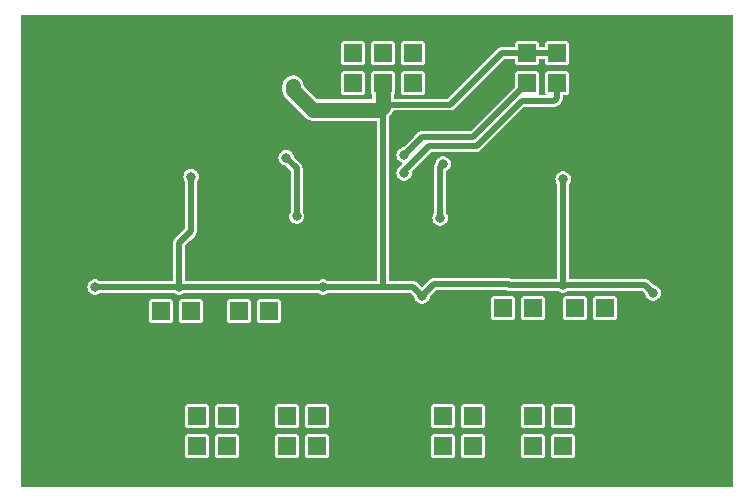
<source format=gbr>
%TF.GenerationSoftware,KiCad,Pcbnew,7.0.5.1-1-g8f565ef7f0-dirty-deb11*%
%TF.CreationDate,2023-07-21T03:26:07+00:00*%
%TF.ProjectId,VCAI2C01,56434149-3243-4303-912e-6b696361645f,rev?*%
%TF.SameCoordinates,Original*%
%TF.FileFunction,Copper,L1,Top*%
%TF.FilePolarity,Positive*%
%FSLAX46Y46*%
G04 Gerber Fmt 4.6, Leading zero omitted, Abs format (unit mm)*
G04 Created by KiCad (PCBNEW 7.0.5.1-1-g8f565ef7f0-dirty-deb11) date 2023-07-21 03:26:07*
%MOMM*%
%LPD*%
G01*
G04 APERTURE LIST*
%TA.AperFunction,ComponentPad*%
%ADD10R,1.524000X1.524000*%
%TD*%
%TA.AperFunction,ComponentPad*%
%ADD11C,6.000000*%
%TD*%
%TA.AperFunction,ViaPad*%
%ADD12C,0.800000*%
%TD*%
%TA.AperFunction,Conductor*%
%ADD13C,0.300000*%
%TD*%
%TA.AperFunction,Conductor*%
%ADD14C,0.500000*%
%TD*%
%TA.AperFunction,Conductor*%
%ADD15C,1.300000*%
%TD*%
G04 APERTURE END LIST*
D10*
%TO.P,J2,1*%
%TO.N,/IN1-*%
X7112000Y10160000D03*
%TO.P,J2,2*%
%TO.N,Net-(J2-Pad2)*%
X9652000Y10160000D03*
%TD*%
%TO.P,J4,1*%
%TO.N,/IN2-*%
X16256000Y10160000D03*
%TO.P,J4,2*%
%TO.N,Net-(J4-Pad2)*%
X13716000Y10160000D03*
%TD*%
%TO.P,J6,1*%
%TO.N,/IN3-*%
X36068000Y10414000D03*
%TO.P,J6,2*%
%TO.N,Net-(J6-Pad2)*%
X38608000Y10414000D03*
%TD*%
%TO.P,J8,1*%
%TO.N,/IN4-*%
X44704000Y10414000D03*
%TO.P,J8,2*%
%TO.N,Net-(J8-Pad2)*%
X42164000Y10414000D03*
%TD*%
%TO.P,J10,1*%
%TO.N,/A0*%
X38100000Y29464000D03*
%TO.P,J10,2*%
%TO.N,VCC*%
X38100000Y32004000D03*
%TD*%
%TO.P,J11,1*%
%TO.N,/A1*%
X40640000Y29464000D03*
%TO.P,J11,2*%
%TO.N,VCC*%
X40640000Y32004000D03*
%TD*%
%TO.P,J13,1*%
%TO.N,GND*%
X20828000Y29464000D03*
%TO.P,J13,2*%
X20828000Y32004000D03*
%TO.P,J13,3*%
%TO.N,/SDA*%
X23368000Y29464000D03*
%TO.P,J13,4*%
X23368000Y32004000D03*
%TO.P,J13,5*%
%TO.N,VCC*%
X25908000Y29464000D03*
%TO.P,J13,6*%
X25908000Y32004000D03*
%TO.P,J13,7*%
%TO.N,/SCL*%
X28448000Y29464000D03*
%TO.P,J13,8*%
X28448000Y32004000D03*
%TO.P,J13,9*%
%TO.N,GND*%
X30988000Y29464000D03*
%TO.P,J13,10*%
X30988000Y32004000D03*
%TD*%
D11*
%TO.P,M1,1*%
%TO.N,GND*%
X50800000Y30480000D03*
%TD*%
%TO.P,M2,1*%
%TO.N,GND*%
X0Y0D03*
%TD*%
%TO.P,M3,1*%
%TO.N,GND*%
X50800000Y0D03*
%TD*%
%TO.P,M4,1*%
%TO.N,GND*%
X0Y30480000D03*
%TD*%
D10*
%TO.P,J14,1*%
%TO.N,GND*%
X22860000Y1270000D03*
%TO.P,J14,2*%
X22860000Y-1270000D03*
%TD*%
%TO.P,J15,1*%
%TO.N,/IN2-*%
X17780000Y1270000D03*
%TO.P,J15,2*%
X17780000Y-1270000D03*
%TD*%
%TO.P,J16,1*%
%TO.N,/IN2+*%
X20320000Y1270000D03*
%TO.P,J16,2*%
X20320000Y-1270000D03*
%TD*%
%TO.P,J17,1*%
%TO.N,GND*%
X15240000Y1270000D03*
%TO.P,J17,2*%
X15240000Y-1270000D03*
%TD*%
%TO.P,J18,1*%
%TO.N,/IN3-*%
X33528000Y1270000D03*
%TO.P,J18,2*%
X33528000Y-1270000D03*
%TD*%
%TO.P,J19,1*%
%TO.N,/IN3+*%
X30988000Y1270000D03*
%TO.P,J19,2*%
X30988000Y-1270000D03*
%TD*%
%TO.P,J20,1*%
%TO.N,GND*%
X43688000Y1270000D03*
%TO.P,J20,2*%
X43688000Y-1270000D03*
%TD*%
%TO.P,J21,1*%
%TO.N,/IN4-*%
X38608000Y1270000D03*
%TO.P,J21,2*%
X38608000Y-1270000D03*
%TD*%
%TO.P,J22,1*%
%TO.N,/IN4+*%
X41148000Y1270000D03*
%TO.P,J22,2*%
X41148000Y-1270000D03*
%TD*%
%TO.P,J23,1*%
%TO.N,GND*%
X28448000Y1270000D03*
%TO.P,J23,2*%
X28448000Y-1270000D03*
%TD*%
%TO.P,J3,1*%
%TO.N,GND*%
X36068000Y-1270000D03*
%TO.P,J3,2*%
X36068000Y1270000D03*
%TD*%
%TO.P,J5,1*%
%TO.N,GND*%
X7620000Y1270000D03*
%TO.P,J5,2*%
X7620000Y-1270000D03*
%TD*%
%TO.P,J7,1*%
%TO.N,/IN1-*%
X12700000Y1270000D03*
%TO.P,J7,2*%
X12700000Y-1270000D03*
%TD*%
%TO.P,J9,1*%
%TO.N,/IN1+*%
X10160000Y1270000D03*
%TO.P,J9,2*%
X10160000Y-1270000D03*
%TD*%
D12*
%TO.N,GND*%
X3454400Y26009600D03*
X48006000Y5080000D03*
X14732000Y31242000D03*
X27940000Y9144000D03*
X12446000Y6858000D03*
X-1016000Y18796000D03*
X40386000Y9144000D03*
X46990000Y11176000D03*
X21336000Y18034000D03*
X5588000Y-1778000D03*
X10668000Y28956000D03*
X12446000Y8890000D03*
X8128000Y28194000D03*
X17272000Y18034000D03*
X26924000Y1270000D03*
X39319200Y18948400D03*
X42164000Y14224000D03*
X10922000Y14224000D03*
X8128000Y17272000D03*
X0Y22098000D03*
X13970000Y4064000D03*
X16002000Y26670000D03*
X17780000Y17018000D03*
X33049147Y22068853D03*
X48006000Y7874000D03*
X7112014Y25908000D03*
X25908000Y6350000D03*
X44196000Y28448000D03*
X25908000Y8636000D03*
X45720000Y1270000D03*
X45720000Y3810000D03*
X5588000Y1270000D03*
X39878000Y7620000D03*
X42164000Y26924000D03*
X46736000Y24892000D03*
X48006000Y6604000D03*
X26924000Y0D03*
X34036000Y22098000D03*
X24892000Y-1270000D03*
X23622000Y14732000D03*
X23876000Y15748000D03*
X48006000Y23876000D03*
X33528000Y16256000D03*
X50546000Y19812000D03*
X49530000Y23368000D03*
X21336000Y20828000D03*
X19812000Y10922000D03*
X22352000Y9144000D03*
X30226000Y9398000D03*
X39116000Y17272000D03*
X44704000Y26924000D03*
X9398000Y28956000D03*
X15748000Y17526000D03*
X6604000Y14224000D03*
X3556000Y4572000D03*
X47244000Y10160000D03*
X5588000Y-254000D03*
X24892000Y1270000D03*
X-1778000Y17018000D03*
X23876000Y13716000D03*
X26924000Y20066000D03*
X32766000Y30480000D03*
X40640000Y22606000D03*
X16510000Y17018000D03*
X34036000Y23055706D03*
X14478000Y28194000D03*
X50546000Y22606000D03*
X43180000Y14224000D03*
X-1015998Y17780000D03*
X17272000Y19812000D03*
X26924000Y-1270000D03*
X16510000Y31242000D03*
X30988000Y16764000D03*
X25908000Y3556000D03*
X39116000Y20828000D03*
X30988000Y34036000D03*
X7112000Y24638000D03*
X14224000Y2794000D03*
X25908000Y2032000D03*
X37084000Y3302000D03*
X45212000Y32512000D03*
X6350000Y27432000D03*
X14478000Y29718000D03*
X24892000Y0D03*
X24384000Y9144000D03*
X2540000Y10414000D03*
X47498000Y8890000D03*
X4064000Y27178000D03*
X11938000Y28956000D03*
X50292000Y14478000D03*
X47244000Y17526000D03*
X44450000Y33528000D03*
X32766000Y34036000D03*
X-1778000Y15748000D03*
X45720000Y-1270000D03*
X39878000Y5588000D03*
X-1016000Y20066000D03*
X25908000Y5080000D03*
X50546000Y18288000D03*
X45720000Y0D03*
X39116000Y14478004D03*
X31750000Y19050000D03*
X3302000Y6604000D03*
X5080000Y27432000D03*
X32766000Y32258000D03*
X36576000Y33782000D03*
X33020000Y11430000D03*
X21336000Y21844000D03*
X49276000Y13970000D03*
X37338000Y4318000D03*
X9906000Y14224000D03*
X32004000Y10160000D03*
X7366000Y27432000D03*
X8432800Y19263598D03*
X46990000Y3810000D03*
X42672000Y28194000D03*
X1524002Y22098000D03*
X21844000Y25400000D03*
X43180000Y33528000D03*
X15240000Y27432000D03*
X48006000Y16256000D03*
X18796000Y32512000D03*
X7620000Y14224000D03*
X19304000Y34036000D03*
X36097147Y25116853D03*
X41910000Y8890000D03*
X14986000Y34290000D03*
X51054000Y13716000D03*
X18796000Y30988000D03*
X5334000Y3302000D03*
X14732000Y32766000D03*
X45720000Y25908000D03*
X43434000Y26924000D03*
X11684000Y10414000D03*
X23876000Y17780000D03*
X17018000Y21082000D03*
X-1778000Y14224000D03*
X48260000Y14224000D03*
X45720000Y2540000D03*
X50546000Y21336000D03*
X-1016000Y21336000D03*
X39878000Y14224000D03*
X32512000Y16256000D03*
X25908000Y7620000D03*
X21082000Y9144000D03*
X13462000Y28956000D03*
X20828000Y34036000D03*
%TO.N,VCC*%
X48768000Y11684000D03*
X41148000Y21336002D03*
X18288000Y29210000D03*
X41148000Y12349480D03*
X9652000Y21539200D03*
X29209996Y11430000D03*
X1523990Y12192000D03*
X20828000Y12192000D03*
X8636000Y12192000D03*
%TO.N,/OUT1*%
X18592799Y18186400D03*
X17704348Y23139948D03*
%TO.N,/OUT4*%
X30734000Y18034000D03*
X30987996Y22606000D03*
%TO.N,/A0*%
X27686000Y23368000D03*
%TO.N,/A1*%
X27686000Y21844000D03*
%TD*%
D13*
%TO.N,GND*%
X45720000Y0D02*
X45720000Y1270000D01*
X0Y22098000D02*
X1524002Y22098000D01*
X-1016000Y21336000D02*
X-1016000Y20066000D01*
X16147999Y17925999D02*
X15748000Y17526000D01*
X36068000Y1270000D02*
X36068000Y2286000D01*
D14*
X40386000Y9144000D02*
X41656000Y9144000D01*
D13*
X46990000Y10414000D02*
X47244000Y10160000D01*
X48006000Y8382000D02*
X48006000Y7874000D01*
X19304000Y34036000D02*
X20828000Y34036000D01*
D14*
X41656000Y9144000D02*
X41910000Y8890000D01*
D13*
X12446000Y8890000D02*
X12446000Y6858000D01*
D14*
X14732000Y31242000D02*
X14732000Y32766000D01*
D13*
X16256000Y18034000D02*
X16147999Y17925999D01*
X25908000Y5080000D02*
X25908000Y6350000D01*
D14*
X33049147Y22068853D02*
X34006853Y22068853D01*
X34036000Y22098000D02*
X34036000Y23055706D01*
D13*
X43434000Y26924000D02*
X42164000Y26924000D01*
X13716000Y28956000D02*
X14478000Y28194000D01*
X18796000Y30988000D02*
X18796000Y32512000D01*
X43180000Y33528000D02*
X44450000Y33528000D01*
X3302000Y6604000D02*
X2540000Y7366000D01*
X49530000Y23368000D02*
X49784000Y23368000D01*
X12446000Y9652000D02*
X11684000Y10414000D01*
X22352000Y9144000D02*
X21082000Y9144000D01*
X39116000Y21082000D02*
X40640000Y22606000D01*
X17272000Y18034000D02*
X16256000Y18034000D01*
X2540000Y7366000D02*
X2540000Y10414000D01*
X48006000Y18288000D02*
X47244000Y17526000D01*
X49784000Y23368000D02*
X50546000Y22606000D01*
X8636000Y28194000D02*
X9398000Y28956000D01*
X13462000Y28956000D02*
X13716000Y28956000D01*
X48006000Y23876000D02*
X47752000Y23876000D01*
X5588000Y1270000D02*
X5588000Y-254000D01*
D14*
X39878000Y5588000D02*
X39878000Y7620000D01*
D13*
X4826000Y27178000D02*
X5080000Y27432000D01*
X7112000Y24638000D02*
X7112000Y25907986D01*
X25908000Y8636000D02*
X27432000Y8636000D01*
X37338000Y4318000D02*
X37737999Y3918001D01*
X25908000Y7620000D02*
X25908000Y8636000D01*
X32766000Y32258000D02*
X32766000Y30480000D01*
X3556000Y4572000D02*
X4826000Y3302000D01*
X9906000Y14224000D02*
X10922000Y14224000D01*
X21336000Y18034000D02*
X23622000Y18034000D01*
X27432000Y8636000D02*
X27940000Y9144000D01*
X30988000Y34036000D02*
X32766000Y34036000D01*
D14*
X34006853Y22068853D02*
X34036000Y22098000D01*
D13*
X46990000Y3810000D02*
X45720000Y3810000D01*
X50546000Y21336000D02*
X50546000Y19812000D01*
X48260000Y14224000D02*
X49022000Y14224000D01*
X14224000Y2794000D02*
X14224000Y3810000D01*
X23876000Y14986000D02*
X23622000Y14732000D01*
D14*
X34036000Y23055706D02*
X36097147Y25116853D01*
D13*
X36068000Y2286000D02*
X37084000Y3302000D01*
X-1016000Y17780002D02*
X-1015998Y17780000D01*
X4064000Y27178000D02*
X4826000Y27178000D01*
X24892000Y8636000D02*
X24384000Y9144000D01*
X25908000Y8636000D02*
X24892000Y8636000D01*
X46990000Y11176000D02*
X46990000Y10414000D01*
X39116000Y20828000D02*
X39116000Y21082000D01*
D14*
X16510000Y31242000D02*
X14732000Y31242000D01*
D13*
X26924000Y-1270000D02*
X26924000Y0D01*
X16510000Y17018000D02*
X17780000Y17018000D01*
X17018000Y21082000D02*
X17018000Y20066000D01*
X-1016000Y18796000D02*
X-1016000Y17780002D01*
X14224000Y3810000D02*
X13970000Y4064000D01*
X-1778000Y17018000D02*
X-1778000Y15748000D01*
X7112000Y25907986D02*
X7112014Y25908000D01*
X49022000Y14224000D02*
X49276000Y13970000D01*
X12446000Y8890000D02*
X12446000Y9652000D01*
X21336000Y21844000D02*
X21336000Y20828000D01*
X31242000Y9398000D02*
X32004000Y10160000D01*
X47752000Y23876000D02*
X46736000Y24892000D01*
X43942000Y28194000D02*
X44196000Y28448000D01*
X50292000Y14478000D02*
X51054000Y13716000D01*
X42672000Y28194000D02*
X43942000Y28194000D01*
X15240000Y27432000D02*
X16002000Y26670000D01*
X23622000Y18034000D02*
X23876000Y17780000D01*
X17018000Y20066000D02*
X17272000Y19812000D01*
X45720000Y25908000D02*
X44704000Y26924000D01*
X37737999Y3918001D02*
X38716001Y3918001D01*
X23876000Y15748000D02*
X23876000Y14986000D01*
X7620000Y14224000D02*
X6604000Y14224000D01*
X33528000Y16256000D02*
X32512000Y16256000D01*
X50546000Y18288000D02*
X48006000Y18288000D01*
X30226000Y9398000D02*
X31242000Y9398000D01*
X42164000Y14224000D02*
X43180000Y14224000D01*
X6350000Y27432000D02*
X7366000Y27432000D01*
X4826000Y3302000D02*
X5334000Y3302000D01*
X39116000Y17272000D02*
X39116000Y14478004D01*
X-1016000Y18288000D02*
X-1016000Y17780002D01*
X48006000Y6604000D02*
X48006000Y5080000D01*
X25908000Y3556000D02*
X25908000Y2032000D01*
X10668000Y28956000D02*
X11938000Y28956000D01*
X47498000Y8890000D02*
X48006000Y8382000D01*
X43688000Y-1270000D02*
X45720000Y-1270000D01*
X24892000Y0D02*
X24892000Y1270000D01*
X22860000Y-1270000D02*
X24892000Y-1270000D01*
X8128000Y28194000D02*
X8636000Y28194000D01*
D14*
%TO.N,VCC*%
X25908000Y29464000D02*
X25908000Y23114000D01*
X35952002Y32004000D02*
X31583202Y27635200D01*
X36621720Y12349480D02*
X41148000Y12349480D01*
X9652000Y16916400D02*
X9652000Y20973515D01*
X41148000Y12349480D02*
X41148000Y21336002D01*
X8636000Y15900400D02*
X9652000Y16916400D01*
D15*
X19969998Y27178000D02*
X18288000Y28859998D01*
D14*
X25908000Y12192000D02*
X28447996Y12192000D01*
X41148000Y12349480D02*
X48102520Y12349480D01*
D15*
X18288000Y28859998D02*
X18288000Y29210000D01*
D14*
X38100000Y32004000D02*
X35952002Y32004000D01*
X30225996Y12446000D02*
X36525200Y12446000D01*
X8636000Y12192000D02*
X1523990Y12192000D01*
X31583202Y27635200D02*
X26141200Y27635200D01*
X20828000Y12192000D02*
X8636000Y12192000D01*
D15*
X25684000Y27178000D02*
X19969998Y27178000D01*
D14*
X48102520Y12349480D02*
X48768000Y11684000D01*
X28447996Y12192000D02*
X29209996Y11430000D01*
X26141200Y27635200D02*
X25908000Y27402000D01*
D15*
X25908000Y27402000D02*
X25684000Y27178000D01*
D14*
X40640000Y32004000D02*
X38100000Y32004000D01*
X36525200Y12446000D02*
X36621720Y12349480D01*
X8636000Y12192000D02*
X8636000Y15900400D01*
X29209996Y11430000D02*
X30225996Y12446000D01*
X25908000Y12192000D02*
X20828000Y12192000D01*
D15*
X25908000Y29464000D02*
X25908000Y27402000D01*
D14*
X25908000Y23114000D02*
X25908000Y12192000D01*
X9652000Y20973515D02*
X9652000Y21539200D01*
%TO.N,/OUT1*%
X17704348Y23139948D02*
X18592799Y22251497D01*
X18592799Y22251497D02*
X18592799Y18752085D01*
X18592799Y18752085D02*
X18592799Y18186400D01*
%TO.N,/OUT4*%
X30734000Y22352004D02*
X30987996Y22606000D01*
X30734000Y18034000D02*
X30734000Y22352004D01*
%TO.N,/A0*%
X28690011Y24372011D02*
X27686000Y23368000D01*
X33528000Y24892000D02*
X29210000Y24892000D01*
X38100000Y29464000D02*
X33528000Y24892000D01*
X29210000Y24892000D02*
X28690011Y24372011D01*
%TO.N,/A1*%
X29791992Y24141990D02*
X27686000Y22035998D01*
X40640000Y29464000D02*
X40640000Y28202000D01*
X37636674Y27940000D02*
X33838664Y24141990D01*
X40378000Y27940000D02*
X37636674Y27940000D01*
X27686000Y22035998D02*
X27686000Y21844000D01*
X40640000Y28202000D02*
X40378000Y27940000D01*
X33838664Y24141990D02*
X29791992Y24141990D01*
%TD*%
%TA.AperFunction,Conductor*%
%TO.N,GND*%
G36*
X55509691Y35211593D02*
G01*
X55545655Y35162093D01*
X55550500Y35131500D01*
X55550500Y-4651500D01*
X55531593Y-4709691D01*
X55482093Y-4745655D01*
X55451500Y-4750500D01*
X-4651500Y-4750500D01*
X-4709691Y-4731593D01*
X-4745655Y-4682093D01*
X-4750500Y-4651500D01*
X-4750500Y-2056672D01*
X9147500Y-2056672D01*
X9147501Y-2056684D01*
X9162033Y-2129736D01*
X9162035Y-2129742D01*
X9217397Y-2212599D01*
X9217399Y-2212601D01*
X9300260Y-2267966D01*
X9355808Y-2279015D01*
X9373315Y-2282498D01*
X9373320Y-2282498D01*
X9373326Y-2282500D01*
X9373327Y-2282500D01*
X10946673Y-2282500D01*
X10946674Y-2282500D01*
X11019740Y-2267966D01*
X11102601Y-2212601D01*
X11157966Y-2129740D01*
X11172500Y-2056674D01*
X11172500Y-2056672D01*
X11687500Y-2056672D01*
X11687501Y-2056684D01*
X11702033Y-2129736D01*
X11702035Y-2129742D01*
X11757397Y-2212599D01*
X11757399Y-2212601D01*
X11840260Y-2267966D01*
X11895808Y-2279015D01*
X11913315Y-2282498D01*
X11913320Y-2282498D01*
X11913326Y-2282500D01*
X11913327Y-2282500D01*
X13486673Y-2282500D01*
X13486674Y-2282500D01*
X13559740Y-2267966D01*
X13642601Y-2212601D01*
X13697966Y-2129740D01*
X13712500Y-2056674D01*
X13712500Y-2056672D01*
X16767500Y-2056672D01*
X16767501Y-2056684D01*
X16782033Y-2129736D01*
X16782035Y-2129742D01*
X16837397Y-2212599D01*
X16837399Y-2212601D01*
X16920260Y-2267966D01*
X16975808Y-2279015D01*
X16993315Y-2282498D01*
X16993320Y-2282498D01*
X16993326Y-2282500D01*
X16993327Y-2282500D01*
X18566673Y-2282500D01*
X18566674Y-2282500D01*
X18639740Y-2267966D01*
X18722601Y-2212601D01*
X18777966Y-2129740D01*
X18792500Y-2056674D01*
X18792500Y-2056672D01*
X19307500Y-2056672D01*
X19307501Y-2056684D01*
X19322033Y-2129736D01*
X19322035Y-2129742D01*
X19377397Y-2212599D01*
X19377399Y-2212601D01*
X19460260Y-2267966D01*
X19515808Y-2279015D01*
X19533315Y-2282498D01*
X19533320Y-2282498D01*
X19533326Y-2282500D01*
X19533327Y-2282500D01*
X21106673Y-2282500D01*
X21106674Y-2282500D01*
X21179740Y-2267966D01*
X21262601Y-2212601D01*
X21317966Y-2129740D01*
X21332500Y-2056674D01*
X21332500Y-2056672D01*
X29975500Y-2056672D01*
X29975501Y-2056684D01*
X29990033Y-2129736D01*
X29990035Y-2129742D01*
X30045397Y-2212599D01*
X30045399Y-2212601D01*
X30128260Y-2267966D01*
X30183808Y-2279015D01*
X30201315Y-2282498D01*
X30201320Y-2282498D01*
X30201326Y-2282500D01*
X30201327Y-2282500D01*
X31774673Y-2282500D01*
X31774674Y-2282500D01*
X31847740Y-2267966D01*
X31930601Y-2212601D01*
X31985966Y-2129740D01*
X32000500Y-2056674D01*
X32000500Y-2056672D01*
X32515500Y-2056672D01*
X32515501Y-2056684D01*
X32530033Y-2129736D01*
X32530035Y-2129742D01*
X32585397Y-2212599D01*
X32585399Y-2212601D01*
X32668260Y-2267966D01*
X32723808Y-2279015D01*
X32741315Y-2282498D01*
X32741320Y-2282498D01*
X32741326Y-2282500D01*
X32741327Y-2282500D01*
X34314673Y-2282500D01*
X34314674Y-2282500D01*
X34387740Y-2267966D01*
X34470601Y-2212601D01*
X34525966Y-2129740D01*
X34540500Y-2056674D01*
X34540500Y-2056672D01*
X37595500Y-2056672D01*
X37595501Y-2056684D01*
X37610033Y-2129736D01*
X37610035Y-2129742D01*
X37665397Y-2212599D01*
X37665399Y-2212601D01*
X37748260Y-2267966D01*
X37803808Y-2279015D01*
X37821315Y-2282498D01*
X37821320Y-2282498D01*
X37821326Y-2282500D01*
X37821327Y-2282500D01*
X39394673Y-2282500D01*
X39394674Y-2282500D01*
X39467740Y-2267966D01*
X39550601Y-2212601D01*
X39605966Y-2129740D01*
X39620500Y-2056674D01*
X39620500Y-2056672D01*
X40135500Y-2056672D01*
X40135501Y-2056684D01*
X40150033Y-2129736D01*
X40150035Y-2129742D01*
X40205397Y-2212599D01*
X40205399Y-2212601D01*
X40288260Y-2267966D01*
X40343808Y-2279015D01*
X40361315Y-2282498D01*
X40361320Y-2282498D01*
X40361326Y-2282500D01*
X40361327Y-2282500D01*
X41934673Y-2282500D01*
X41934674Y-2282500D01*
X42007740Y-2267966D01*
X42090601Y-2212601D01*
X42145966Y-2129740D01*
X42160500Y-2056674D01*
X42160500Y-483326D01*
X42145966Y-410260D01*
X42090601Y-327399D01*
X42090599Y-327397D01*
X42007742Y-272035D01*
X42007740Y-272034D01*
X42007737Y-272033D01*
X42007736Y-272033D01*
X41934684Y-257501D01*
X41934674Y-257500D01*
X40361326Y-257500D01*
X40361325Y-257500D01*
X40361315Y-257501D01*
X40288263Y-272033D01*
X40288257Y-272035D01*
X40205400Y-327397D01*
X40205397Y-327400D01*
X40150035Y-410257D01*
X40150033Y-410263D01*
X40135501Y-483315D01*
X40135500Y-483327D01*
X40135500Y-2056672D01*
X39620500Y-2056672D01*
X39620500Y-483326D01*
X39605966Y-410260D01*
X39550601Y-327399D01*
X39550599Y-327397D01*
X39467742Y-272035D01*
X39467740Y-272034D01*
X39467737Y-272033D01*
X39467736Y-272033D01*
X39394684Y-257501D01*
X39394674Y-257500D01*
X37821326Y-257500D01*
X37821325Y-257500D01*
X37821315Y-257501D01*
X37748263Y-272033D01*
X37748257Y-272035D01*
X37665400Y-327397D01*
X37665397Y-327400D01*
X37610035Y-410257D01*
X37610033Y-410263D01*
X37595501Y-483315D01*
X37595500Y-483327D01*
X37595500Y-2056672D01*
X34540500Y-2056672D01*
X34540500Y-483326D01*
X34525966Y-410260D01*
X34470601Y-327399D01*
X34470599Y-327397D01*
X34387742Y-272035D01*
X34387740Y-272034D01*
X34387737Y-272033D01*
X34387736Y-272033D01*
X34314684Y-257501D01*
X34314674Y-257500D01*
X32741326Y-257500D01*
X32741325Y-257500D01*
X32741315Y-257501D01*
X32668263Y-272033D01*
X32668257Y-272035D01*
X32585400Y-327397D01*
X32585397Y-327400D01*
X32530035Y-410257D01*
X32530033Y-410263D01*
X32515501Y-483315D01*
X32515500Y-483327D01*
X32515500Y-2056672D01*
X32000500Y-2056672D01*
X32000500Y-483326D01*
X31985966Y-410260D01*
X31930601Y-327399D01*
X31930599Y-327397D01*
X31847742Y-272035D01*
X31847740Y-272034D01*
X31847737Y-272033D01*
X31847736Y-272033D01*
X31774684Y-257501D01*
X31774674Y-257500D01*
X30201326Y-257500D01*
X30201325Y-257500D01*
X30201315Y-257501D01*
X30128263Y-272033D01*
X30128257Y-272035D01*
X30045400Y-327397D01*
X30045397Y-327400D01*
X29990035Y-410257D01*
X29990033Y-410263D01*
X29975501Y-483315D01*
X29975500Y-483327D01*
X29975500Y-2056672D01*
X21332500Y-2056672D01*
X21332500Y-483326D01*
X21317966Y-410260D01*
X21262601Y-327399D01*
X21262599Y-327397D01*
X21179742Y-272035D01*
X21179740Y-272034D01*
X21179737Y-272033D01*
X21179736Y-272033D01*
X21106684Y-257501D01*
X21106674Y-257500D01*
X19533326Y-257500D01*
X19533325Y-257500D01*
X19533315Y-257501D01*
X19460263Y-272033D01*
X19460257Y-272035D01*
X19377400Y-327397D01*
X19377397Y-327400D01*
X19322035Y-410257D01*
X19322033Y-410263D01*
X19307501Y-483315D01*
X19307500Y-483327D01*
X19307500Y-2056672D01*
X18792500Y-2056672D01*
X18792500Y-483326D01*
X18777966Y-410260D01*
X18722601Y-327399D01*
X18722599Y-327397D01*
X18639742Y-272035D01*
X18639740Y-272034D01*
X18639737Y-272033D01*
X18639736Y-272033D01*
X18566684Y-257501D01*
X18566674Y-257500D01*
X16993326Y-257500D01*
X16993325Y-257500D01*
X16993315Y-257501D01*
X16920263Y-272033D01*
X16920257Y-272035D01*
X16837400Y-327397D01*
X16837397Y-327400D01*
X16782035Y-410257D01*
X16782033Y-410263D01*
X16767501Y-483315D01*
X16767500Y-483327D01*
X16767500Y-2056672D01*
X13712500Y-2056672D01*
X13712500Y-483326D01*
X13697966Y-410260D01*
X13642601Y-327399D01*
X13642599Y-327397D01*
X13559742Y-272035D01*
X13559740Y-272034D01*
X13559737Y-272033D01*
X13559736Y-272033D01*
X13486684Y-257501D01*
X13486674Y-257500D01*
X11913326Y-257500D01*
X11913325Y-257500D01*
X11913315Y-257501D01*
X11840263Y-272033D01*
X11840257Y-272035D01*
X11757400Y-327397D01*
X11757397Y-327400D01*
X11702035Y-410257D01*
X11702033Y-410263D01*
X11687501Y-483315D01*
X11687500Y-483327D01*
X11687500Y-2056672D01*
X11172500Y-2056672D01*
X11172500Y-483326D01*
X11157966Y-410260D01*
X11102601Y-327399D01*
X11102599Y-327397D01*
X11019742Y-272035D01*
X11019740Y-272034D01*
X11019737Y-272033D01*
X11019736Y-272033D01*
X10946684Y-257501D01*
X10946674Y-257500D01*
X9373326Y-257500D01*
X9373325Y-257500D01*
X9373315Y-257501D01*
X9300263Y-272033D01*
X9300257Y-272035D01*
X9217400Y-327397D01*
X9217397Y-327400D01*
X9162035Y-410257D01*
X9162033Y-410263D01*
X9147501Y-483315D01*
X9147500Y-483327D01*
X9147500Y-2056672D01*
X-4750500Y-2056672D01*
X-4750500Y483328D01*
X9147500Y483328D01*
X9147501Y483316D01*
X9162033Y410264D01*
X9162035Y410258D01*
X9217397Y327401D01*
X9217399Y327399D01*
X9300260Y272034D01*
X9355808Y260985D01*
X9373315Y257502D01*
X9373320Y257502D01*
X9373326Y257500D01*
X9373327Y257500D01*
X10946673Y257500D01*
X10946674Y257500D01*
X11019740Y272034D01*
X11102601Y327399D01*
X11157966Y410260D01*
X11172500Y483326D01*
X11172500Y483328D01*
X11687500Y483328D01*
X11687501Y483316D01*
X11702033Y410264D01*
X11702035Y410258D01*
X11757397Y327401D01*
X11757399Y327399D01*
X11840260Y272034D01*
X11895808Y260985D01*
X11913315Y257502D01*
X11913320Y257502D01*
X11913326Y257500D01*
X11913327Y257500D01*
X13486673Y257500D01*
X13486674Y257500D01*
X13559740Y272034D01*
X13642601Y327399D01*
X13697966Y410260D01*
X13712500Y483326D01*
X13712500Y483328D01*
X16767500Y483328D01*
X16767501Y483316D01*
X16782033Y410264D01*
X16782035Y410258D01*
X16837397Y327401D01*
X16837399Y327399D01*
X16920260Y272034D01*
X16975808Y260985D01*
X16993315Y257502D01*
X16993320Y257502D01*
X16993326Y257500D01*
X16993327Y257500D01*
X18566673Y257500D01*
X18566674Y257500D01*
X18639740Y272034D01*
X18722601Y327399D01*
X18777966Y410260D01*
X18792500Y483326D01*
X18792500Y483328D01*
X19307500Y483328D01*
X19307501Y483316D01*
X19322033Y410264D01*
X19322035Y410258D01*
X19377397Y327401D01*
X19377399Y327399D01*
X19460260Y272034D01*
X19515808Y260985D01*
X19533315Y257502D01*
X19533320Y257502D01*
X19533326Y257500D01*
X19533327Y257500D01*
X21106673Y257500D01*
X21106674Y257500D01*
X21179740Y272034D01*
X21262601Y327399D01*
X21317966Y410260D01*
X21332500Y483326D01*
X21332500Y483328D01*
X29975500Y483328D01*
X29975501Y483316D01*
X29990033Y410264D01*
X29990035Y410258D01*
X30045397Y327401D01*
X30045399Y327399D01*
X30128260Y272034D01*
X30183808Y260985D01*
X30201315Y257502D01*
X30201320Y257502D01*
X30201326Y257500D01*
X30201327Y257500D01*
X31774673Y257500D01*
X31774674Y257500D01*
X31847740Y272034D01*
X31930601Y327399D01*
X31985966Y410260D01*
X32000500Y483326D01*
X32000500Y483328D01*
X32515500Y483328D01*
X32515501Y483316D01*
X32530033Y410264D01*
X32530035Y410258D01*
X32585397Y327401D01*
X32585399Y327399D01*
X32668260Y272034D01*
X32723808Y260985D01*
X32741315Y257502D01*
X32741320Y257502D01*
X32741326Y257500D01*
X32741327Y257500D01*
X34314673Y257500D01*
X34314674Y257500D01*
X34387740Y272034D01*
X34470601Y327399D01*
X34525966Y410260D01*
X34540500Y483326D01*
X34540500Y483328D01*
X37595500Y483328D01*
X37595501Y483316D01*
X37610033Y410264D01*
X37610035Y410258D01*
X37665397Y327401D01*
X37665399Y327399D01*
X37748260Y272034D01*
X37803808Y260985D01*
X37821315Y257502D01*
X37821320Y257502D01*
X37821326Y257500D01*
X37821327Y257500D01*
X39394673Y257500D01*
X39394674Y257500D01*
X39467740Y272034D01*
X39550601Y327399D01*
X39605966Y410260D01*
X39620500Y483326D01*
X39620500Y483328D01*
X40135500Y483328D01*
X40135501Y483316D01*
X40150033Y410264D01*
X40150035Y410258D01*
X40205397Y327401D01*
X40205399Y327399D01*
X40288260Y272034D01*
X40343808Y260985D01*
X40361315Y257502D01*
X40361320Y257502D01*
X40361326Y257500D01*
X40361327Y257500D01*
X41934673Y257500D01*
X41934674Y257500D01*
X42007740Y272034D01*
X42090601Y327399D01*
X42145966Y410260D01*
X42160500Y483326D01*
X42160500Y2056674D01*
X42145966Y2129740D01*
X42090601Y2212601D01*
X42090599Y2212603D01*
X42007742Y2267965D01*
X42007740Y2267966D01*
X42007737Y2267967D01*
X42007736Y2267967D01*
X41934684Y2282499D01*
X41934674Y2282500D01*
X40361326Y2282500D01*
X40361325Y2282500D01*
X40361315Y2282499D01*
X40288263Y2267967D01*
X40288257Y2267965D01*
X40205400Y2212603D01*
X40205397Y2212600D01*
X40150035Y2129743D01*
X40150033Y2129737D01*
X40135501Y2056685D01*
X40135500Y2056673D01*
X40135500Y483328D01*
X39620500Y483328D01*
X39620500Y2056674D01*
X39605966Y2129740D01*
X39550601Y2212601D01*
X39550599Y2212603D01*
X39467742Y2267965D01*
X39467740Y2267966D01*
X39467737Y2267967D01*
X39467736Y2267967D01*
X39394684Y2282499D01*
X39394674Y2282500D01*
X37821326Y2282500D01*
X37821325Y2282500D01*
X37821315Y2282499D01*
X37748263Y2267967D01*
X37748257Y2267965D01*
X37665400Y2212603D01*
X37665397Y2212600D01*
X37610035Y2129743D01*
X37610033Y2129737D01*
X37595501Y2056685D01*
X37595500Y2056673D01*
X37595500Y483328D01*
X34540500Y483328D01*
X34540500Y2056674D01*
X34525966Y2129740D01*
X34470601Y2212601D01*
X34470599Y2212603D01*
X34387742Y2267965D01*
X34387740Y2267966D01*
X34387737Y2267967D01*
X34387736Y2267967D01*
X34314684Y2282499D01*
X34314674Y2282500D01*
X32741326Y2282500D01*
X32741325Y2282500D01*
X32741315Y2282499D01*
X32668263Y2267967D01*
X32668257Y2267965D01*
X32585400Y2212603D01*
X32585397Y2212600D01*
X32530035Y2129743D01*
X32530033Y2129737D01*
X32515501Y2056685D01*
X32515500Y2056673D01*
X32515500Y483328D01*
X32000500Y483328D01*
X32000500Y2056674D01*
X31985966Y2129740D01*
X31930601Y2212601D01*
X31930599Y2212603D01*
X31847742Y2267965D01*
X31847740Y2267966D01*
X31847737Y2267967D01*
X31847736Y2267967D01*
X31774684Y2282499D01*
X31774674Y2282500D01*
X30201326Y2282500D01*
X30201325Y2282500D01*
X30201315Y2282499D01*
X30128263Y2267967D01*
X30128257Y2267965D01*
X30045400Y2212603D01*
X30045397Y2212600D01*
X29990035Y2129743D01*
X29990033Y2129737D01*
X29975501Y2056685D01*
X29975500Y2056673D01*
X29975500Y483328D01*
X21332500Y483328D01*
X21332500Y2056674D01*
X21317966Y2129740D01*
X21262601Y2212601D01*
X21262599Y2212603D01*
X21179742Y2267965D01*
X21179740Y2267966D01*
X21179737Y2267967D01*
X21179736Y2267967D01*
X21106684Y2282499D01*
X21106674Y2282500D01*
X19533326Y2282500D01*
X19533325Y2282500D01*
X19533315Y2282499D01*
X19460263Y2267967D01*
X19460257Y2267965D01*
X19377400Y2212603D01*
X19377397Y2212600D01*
X19322035Y2129743D01*
X19322033Y2129737D01*
X19307501Y2056685D01*
X19307500Y2056673D01*
X19307500Y483328D01*
X18792500Y483328D01*
X18792500Y2056674D01*
X18777966Y2129740D01*
X18722601Y2212601D01*
X18722599Y2212603D01*
X18639742Y2267965D01*
X18639740Y2267966D01*
X18639737Y2267967D01*
X18639736Y2267967D01*
X18566684Y2282499D01*
X18566674Y2282500D01*
X16993326Y2282500D01*
X16993325Y2282500D01*
X16993315Y2282499D01*
X16920263Y2267967D01*
X16920257Y2267965D01*
X16837400Y2212603D01*
X16837397Y2212600D01*
X16782035Y2129743D01*
X16782033Y2129737D01*
X16767501Y2056685D01*
X16767500Y2056673D01*
X16767500Y483328D01*
X13712500Y483328D01*
X13712500Y2056674D01*
X13697966Y2129740D01*
X13642601Y2212601D01*
X13642599Y2212603D01*
X13559742Y2267965D01*
X13559740Y2267966D01*
X13559737Y2267967D01*
X13559736Y2267967D01*
X13486684Y2282499D01*
X13486674Y2282500D01*
X11913326Y2282500D01*
X11913325Y2282500D01*
X11913315Y2282499D01*
X11840263Y2267967D01*
X11840257Y2267965D01*
X11757400Y2212603D01*
X11757397Y2212600D01*
X11702035Y2129743D01*
X11702033Y2129737D01*
X11687501Y2056685D01*
X11687500Y2056673D01*
X11687500Y483328D01*
X11172500Y483328D01*
X11172500Y2056674D01*
X11157966Y2129740D01*
X11102601Y2212601D01*
X11102599Y2212603D01*
X11019742Y2267965D01*
X11019740Y2267966D01*
X11019737Y2267967D01*
X11019736Y2267967D01*
X10946684Y2282499D01*
X10946674Y2282500D01*
X9373326Y2282500D01*
X9373325Y2282500D01*
X9373315Y2282499D01*
X9300263Y2267967D01*
X9300257Y2267965D01*
X9217400Y2212603D01*
X9217397Y2212600D01*
X9162035Y2129743D01*
X9162033Y2129737D01*
X9147501Y2056685D01*
X9147500Y2056673D01*
X9147500Y483328D01*
X-4750500Y483328D01*
X-4750500Y9373328D01*
X6099500Y9373328D01*
X6099501Y9373316D01*
X6114033Y9300264D01*
X6114035Y9300258D01*
X6169397Y9217401D01*
X6169399Y9217399D01*
X6252260Y9162034D01*
X6307808Y9150985D01*
X6325315Y9147502D01*
X6325320Y9147502D01*
X6325326Y9147500D01*
X6325327Y9147500D01*
X7898673Y9147500D01*
X7898674Y9147500D01*
X7971740Y9162034D01*
X8054601Y9217399D01*
X8109966Y9300260D01*
X8124500Y9373326D01*
X8124500Y9373328D01*
X8639500Y9373328D01*
X8639501Y9373316D01*
X8654033Y9300264D01*
X8654035Y9300258D01*
X8709397Y9217401D01*
X8709399Y9217399D01*
X8792260Y9162034D01*
X8847808Y9150985D01*
X8865315Y9147502D01*
X8865320Y9147502D01*
X8865326Y9147500D01*
X8865327Y9147500D01*
X10438673Y9147500D01*
X10438674Y9147500D01*
X10511740Y9162034D01*
X10594601Y9217399D01*
X10649966Y9300260D01*
X10664500Y9373326D01*
X10664500Y9373328D01*
X12703500Y9373328D01*
X12703501Y9373316D01*
X12718033Y9300264D01*
X12718035Y9300258D01*
X12773397Y9217401D01*
X12773399Y9217399D01*
X12856260Y9162034D01*
X12911808Y9150985D01*
X12929315Y9147502D01*
X12929320Y9147502D01*
X12929326Y9147500D01*
X12929327Y9147500D01*
X14502673Y9147500D01*
X14502674Y9147500D01*
X14575740Y9162034D01*
X14658601Y9217399D01*
X14713966Y9300260D01*
X14728500Y9373326D01*
X14728500Y9373328D01*
X15243500Y9373328D01*
X15243501Y9373316D01*
X15258033Y9300264D01*
X15258035Y9300258D01*
X15313397Y9217401D01*
X15313399Y9217399D01*
X15396260Y9162034D01*
X15451808Y9150985D01*
X15469315Y9147502D01*
X15469320Y9147502D01*
X15469326Y9147500D01*
X15469327Y9147500D01*
X17042673Y9147500D01*
X17042674Y9147500D01*
X17115740Y9162034D01*
X17198601Y9217399D01*
X17253966Y9300260D01*
X17268500Y9373326D01*
X17268500Y9627328D01*
X35055500Y9627328D01*
X35055501Y9627316D01*
X35070033Y9554264D01*
X35070035Y9554258D01*
X35125397Y9471401D01*
X35125399Y9471399D01*
X35208260Y9416034D01*
X35263808Y9404985D01*
X35281315Y9401502D01*
X35281320Y9401502D01*
X35281326Y9401500D01*
X35281327Y9401500D01*
X36854673Y9401500D01*
X36854674Y9401500D01*
X36927740Y9416034D01*
X37010601Y9471399D01*
X37065966Y9554260D01*
X37080500Y9627326D01*
X37080500Y9627328D01*
X37595500Y9627328D01*
X37595501Y9627316D01*
X37610033Y9554264D01*
X37610035Y9554258D01*
X37665397Y9471401D01*
X37665399Y9471399D01*
X37748260Y9416034D01*
X37803808Y9404985D01*
X37821315Y9401502D01*
X37821320Y9401502D01*
X37821326Y9401500D01*
X37821327Y9401500D01*
X39394673Y9401500D01*
X39394674Y9401500D01*
X39467740Y9416034D01*
X39550601Y9471399D01*
X39605966Y9554260D01*
X39620500Y9627326D01*
X39620500Y9627328D01*
X41151500Y9627328D01*
X41151501Y9627316D01*
X41166033Y9554264D01*
X41166035Y9554258D01*
X41221397Y9471401D01*
X41221399Y9471399D01*
X41304260Y9416034D01*
X41359808Y9404985D01*
X41377315Y9401502D01*
X41377320Y9401502D01*
X41377326Y9401500D01*
X41377327Y9401500D01*
X42950673Y9401500D01*
X42950674Y9401500D01*
X43023740Y9416034D01*
X43106601Y9471399D01*
X43161966Y9554260D01*
X43176500Y9627326D01*
X43176500Y9627328D01*
X43691500Y9627328D01*
X43691501Y9627316D01*
X43706033Y9554264D01*
X43706035Y9554258D01*
X43761397Y9471401D01*
X43761399Y9471399D01*
X43844260Y9416034D01*
X43899808Y9404985D01*
X43917315Y9401502D01*
X43917320Y9401502D01*
X43917326Y9401500D01*
X43917327Y9401500D01*
X45490673Y9401500D01*
X45490674Y9401500D01*
X45563740Y9416034D01*
X45646601Y9471399D01*
X45701966Y9554260D01*
X45716500Y9627326D01*
X45716500Y11200674D01*
X45701966Y11273740D01*
X45646601Y11356601D01*
X45646599Y11356603D01*
X45563742Y11411965D01*
X45563740Y11411966D01*
X45563737Y11411967D01*
X45563736Y11411967D01*
X45490684Y11426499D01*
X45490674Y11426500D01*
X43917326Y11426500D01*
X43917325Y11426500D01*
X43917315Y11426499D01*
X43844263Y11411967D01*
X43844257Y11411965D01*
X43761400Y11356603D01*
X43761397Y11356600D01*
X43706035Y11273743D01*
X43706033Y11273737D01*
X43691501Y11200685D01*
X43691500Y11200673D01*
X43691500Y9627328D01*
X43176500Y9627328D01*
X43176500Y11200674D01*
X43161966Y11273740D01*
X43106601Y11356601D01*
X43106599Y11356603D01*
X43023742Y11411965D01*
X43023740Y11411966D01*
X43023737Y11411967D01*
X43023736Y11411967D01*
X42950684Y11426499D01*
X42950674Y11426500D01*
X41377326Y11426500D01*
X41377325Y11426500D01*
X41377315Y11426499D01*
X41304263Y11411967D01*
X41304257Y11411965D01*
X41221400Y11356603D01*
X41221397Y11356600D01*
X41166035Y11273743D01*
X41166033Y11273737D01*
X41151501Y11200685D01*
X41151500Y11200673D01*
X41151500Y9627328D01*
X39620500Y9627328D01*
X39620500Y11200674D01*
X39605966Y11273740D01*
X39550601Y11356601D01*
X39550599Y11356603D01*
X39467742Y11411965D01*
X39467740Y11411966D01*
X39467737Y11411967D01*
X39467736Y11411967D01*
X39394684Y11426499D01*
X39394674Y11426500D01*
X37821326Y11426500D01*
X37821325Y11426500D01*
X37821315Y11426499D01*
X37748263Y11411967D01*
X37748257Y11411965D01*
X37665400Y11356603D01*
X37665397Y11356600D01*
X37610035Y11273743D01*
X37610033Y11273737D01*
X37595501Y11200685D01*
X37595500Y11200673D01*
X37595500Y9627328D01*
X37080500Y9627328D01*
X37080500Y11200674D01*
X37065966Y11273740D01*
X37010601Y11356601D01*
X37010599Y11356603D01*
X36927742Y11411965D01*
X36927740Y11411966D01*
X36927737Y11411967D01*
X36927736Y11411967D01*
X36854684Y11426499D01*
X36854674Y11426500D01*
X35281326Y11426500D01*
X35281325Y11426500D01*
X35281315Y11426499D01*
X35208263Y11411967D01*
X35208257Y11411965D01*
X35125400Y11356603D01*
X35125397Y11356600D01*
X35070035Y11273743D01*
X35070033Y11273737D01*
X35055501Y11200685D01*
X35055500Y11200673D01*
X35055500Y9627328D01*
X17268500Y9627328D01*
X17268500Y10946674D01*
X17253966Y11019740D01*
X17198601Y11102601D01*
X17198599Y11102603D01*
X17115742Y11157965D01*
X17115740Y11157966D01*
X17115737Y11157967D01*
X17115736Y11157967D01*
X17042684Y11172499D01*
X17042674Y11172500D01*
X15469326Y11172500D01*
X15469325Y11172500D01*
X15469315Y11172499D01*
X15396263Y11157967D01*
X15396257Y11157965D01*
X15313400Y11102603D01*
X15313397Y11102600D01*
X15258035Y11019743D01*
X15258033Y11019737D01*
X15243501Y10946685D01*
X15243500Y10946673D01*
X15243500Y9373328D01*
X14728500Y9373328D01*
X14728500Y10946674D01*
X14713966Y11019740D01*
X14658601Y11102601D01*
X14658599Y11102603D01*
X14575742Y11157965D01*
X14575740Y11157966D01*
X14575737Y11157967D01*
X14575736Y11157967D01*
X14502684Y11172499D01*
X14502674Y11172500D01*
X12929326Y11172500D01*
X12929325Y11172500D01*
X12929315Y11172499D01*
X12856263Y11157967D01*
X12856257Y11157965D01*
X12773400Y11102603D01*
X12773397Y11102600D01*
X12718035Y11019743D01*
X12718033Y11019737D01*
X12703501Y10946685D01*
X12703500Y10946673D01*
X12703500Y9373328D01*
X10664500Y9373328D01*
X10664500Y10946674D01*
X10649966Y11019740D01*
X10594601Y11102601D01*
X10594599Y11102603D01*
X10511742Y11157965D01*
X10511740Y11157966D01*
X10511737Y11157967D01*
X10511736Y11157967D01*
X10438684Y11172499D01*
X10438674Y11172500D01*
X8865326Y11172500D01*
X8865325Y11172500D01*
X8865315Y11172499D01*
X8792263Y11157967D01*
X8792257Y11157965D01*
X8709400Y11102603D01*
X8709397Y11102600D01*
X8654035Y11019743D01*
X8654033Y11019737D01*
X8639501Y10946685D01*
X8639500Y10946673D01*
X8639500Y9373328D01*
X8124500Y9373328D01*
X8124500Y10946674D01*
X8109966Y11019740D01*
X8054601Y11102601D01*
X8054599Y11102603D01*
X7971742Y11157965D01*
X7971740Y11157966D01*
X7971737Y11157967D01*
X7971736Y11157967D01*
X7898684Y11172499D01*
X7898674Y11172500D01*
X6325326Y11172500D01*
X6325325Y11172500D01*
X6325315Y11172499D01*
X6252263Y11157967D01*
X6252257Y11157965D01*
X6169400Y11102603D01*
X6169397Y11102600D01*
X6114035Y11019743D01*
X6114033Y11019737D01*
X6099501Y10946685D01*
X6099500Y10946673D01*
X6099500Y9373328D01*
X-4750500Y9373328D01*
X-4750500Y12191999D01*
X868712Y12191999D01*
X887752Y12035184D01*
X887753Y12035182D01*
X921765Y11945500D01*
X943770Y11887477D01*
X1033505Y11757472D01*
X1033506Y11757471D01*
X1033507Y11757470D01*
X1151750Y11652717D01*
X1291625Y11579304D01*
X1445005Y11541500D01*
X1445008Y11541500D01*
X1602972Y11541500D01*
X1602975Y11541500D01*
X1756355Y11579304D01*
X1896230Y11652717D01*
X1911902Y11666602D01*
X1967997Y11691038D01*
X1977553Y11691500D01*
X8182437Y11691500D01*
X8240628Y11672593D01*
X8248087Y11666602D01*
X8263760Y11652717D01*
X8403635Y11579304D01*
X8557015Y11541500D01*
X8557018Y11541500D01*
X8714982Y11541500D01*
X8714985Y11541500D01*
X8868365Y11579304D01*
X9008240Y11652717D01*
X9023912Y11666602D01*
X9080007Y11691038D01*
X9089563Y11691500D01*
X20374437Y11691500D01*
X20432628Y11672593D01*
X20440087Y11666602D01*
X20455760Y11652717D01*
X20595635Y11579304D01*
X20749015Y11541500D01*
X20749018Y11541500D01*
X20906982Y11541500D01*
X20906985Y11541500D01*
X21060365Y11579304D01*
X21200240Y11652717D01*
X21215912Y11666602D01*
X21272007Y11691038D01*
X21281563Y11691500D01*
X25836039Y11691500D01*
X25872201Y11691500D01*
X28199674Y11691500D01*
X28257865Y11672593D01*
X28269678Y11662504D01*
X28537822Y11394360D01*
X28565599Y11339843D01*
X28566096Y11336290D01*
X28573759Y11273182D01*
X28622479Y11144717D01*
X28629776Y11125477D01*
X28719511Y10995472D01*
X28719512Y10995471D01*
X28719513Y10995470D01*
X28837756Y10890717D01*
X28977631Y10817304D01*
X29131011Y10779500D01*
X29131014Y10779500D01*
X29288978Y10779500D01*
X29288981Y10779500D01*
X29442361Y10817304D01*
X29582236Y10890717D01*
X29700479Y10995470D01*
X29790216Y11125477D01*
X29846233Y11273182D01*
X29853895Y11336291D01*
X29879678Y11391777D01*
X29882170Y11394361D01*
X30404315Y11916504D01*
X30458831Y11944281D01*
X30474318Y11945500D01*
X36286729Y11945500D01*
X36342120Y11927503D01*
X36342395Y11927929D01*
X36344017Y11926887D01*
X36344920Y11926593D01*
X36346814Y11925089D01*
X36348345Y11924105D01*
X36348347Y11924103D01*
X36355174Y11920985D01*
X36373371Y11910189D01*
X36379389Y11905684D01*
X36428417Y11887399D01*
X36431661Y11886055D01*
X36479263Y11864315D01*
X36486698Y11863247D01*
X36507204Y11858012D01*
X36514237Y11855389D01*
X36566449Y11851655D01*
X36569916Y11851282D01*
X36585921Y11848980D01*
X36602068Y11848980D01*
X36605601Y11848854D01*
X36610300Y11848518D01*
X36657793Y11845121D01*
X36664190Y11846513D01*
X36665130Y11846717D01*
X36686176Y11848980D01*
X40694437Y11848980D01*
X40752628Y11830073D01*
X40760087Y11824082D01*
X40775760Y11810197D01*
X40915635Y11736784D01*
X41069015Y11698980D01*
X41069018Y11698980D01*
X41226982Y11698980D01*
X41226985Y11698980D01*
X41380365Y11736784D01*
X41520240Y11810197D01*
X41535912Y11824082D01*
X41592007Y11848518D01*
X41601563Y11848980D01*
X47854198Y11848980D01*
X47912389Y11830073D01*
X47924202Y11819984D01*
X48095826Y11648360D01*
X48123603Y11593843D01*
X48124100Y11590290D01*
X48130024Y11541500D01*
X48131763Y11527184D01*
X48131763Y11527183D01*
X48187780Y11379477D01*
X48277515Y11249472D01*
X48277516Y11249471D01*
X48277517Y11249470D01*
X48395760Y11144717D01*
X48535635Y11071304D01*
X48689015Y11033500D01*
X48689018Y11033500D01*
X48846982Y11033500D01*
X48846985Y11033500D01*
X49000365Y11071304D01*
X49140240Y11144717D01*
X49258483Y11249470D01*
X49348220Y11379477D01*
X49404237Y11527182D01*
X49423278Y11684000D01*
X49422423Y11691038D01*
X49404237Y11840817D01*
X49404237Y11840818D01*
X49348220Y11988523D01*
X49258483Y12118530D01*
X49140240Y12223283D01*
X49070302Y12259990D01*
X49000364Y12296697D01*
X48845023Y12334984D01*
X48798711Y12361103D01*
X48502000Y12657814D01*
X48488719Y12674297D01*
X48484664Y12680607D01*
X48484663Y12680608D01*
X48445123Y12714870D01*
X48442546Y12717269D01*
X48431115Y12728699D01*
X48431113Y12728701D01*
X48418156Y12738400D01*
X48415437Y12740592D01*
X48375893Y12774857D01*
X48369058Y12777979D01*
X48350868Y12788772D01*
X48349813Y12789562D01*
X48344851Y12793276D01*
X48344848Y12793277D01*
X48344847Y12793278D01*
X48295834Y12811559D01*
X48292569Y12812911D01*
X48244978Y12834645D01*
X48244974Y12834646D01*
X48237534Y12835716D01*
X48217040Y12840947D01*
X48210002Y12843572D01*
X48210003Y12843572D01*
X48157821Y12847304D01*
X48154308Y12847682D01*
X48138320Y12849980D01*
X48138319Y12849980D01*
X48122172Y12849980D01*
X48118639Y12850106D01*
X48088760Y12852243D01*
X48066447Y12853839D01*
X48066446Y12853839D01*
X48066445Y12853839D01*
X48059110Y12852243D01*
X48038064Y12849980D01*
X41747500Y12849980D01*
X41689309Y12868887D01*
X41653345Y12918387D01*
X41648500Y12948980D01*
X41648500Y20885136D01*
X41666024Y20941374D01*
X41728220Y21031479D01*
X41784237Y21179184D01*
X41803278Y21336002D01*
X41797646Y21382382D01*
X41784237Y21492819D01*
X41784237Y21492820D01*
X41728220Y21640525D01*
X41638483Y21770532D01*
X41520240Y21875285D01*
X41395265Y21940878D01*
X41380364Y21948699D01*
X41226987Y21986502D01*
X41226985Y21986502D01*
X41069015Y21986502D01*
X41069012Y21986502D01*
X40915635Y21948699D01*
X40775758Y21875284D01*
X40657515Y21770531D01*
X40567780Y21640526D01*
X40511763Y21492820D01*
X40511762Y21492819D01*
X40492722Y21336004D01*
X40492722Y21336001D01*
X40511762Y21179186D01*
X40511763Y21179185D01*
X40567780Y21031478D01*
X40583079Y21009314D01*
X40629975Y20941374D01*
X40647500Y20885136D01*
X40647500Y12948980D01*
X40628593Y12890789D01*
X40579093Y12854825D01*
X40548500Y12849980D01*
X36860191Y12849980D01*
X36804802Y12867977D01*
X36804528Y12867550D01*
X36802905Y12868593D01*
X36802000Y12868887D01*
X36800103Y12870394D01*
X36798576Y12871375D01*
X36798574Y12871376D01*
X36798573Y12871377D01*
X36791738Y12874499D01*
X36773548Y12885292D01*
X36772493Y12886082D01*
X36767531Y12889796D01*
X36767528Y12889797D01*
X36767527Y12889798D01*
X36718514Y12908079D01*
X36715249Y12909431D01*
X36667658Y12931165D01*
X36667654Y12931166D01*
X36660214Y12932236D01*
X36639720Y12937467D01*
X36632682Y12940092D01*
X36632683Y12940092D01*
X36580501Y12943824D01*
X36576988Y12944202D01*
X36561000Y12946500D01*
X36560999Y12946500D01*
X36544852Y12946500D01*
X36541319Y12946626D01*
X36511440Y12948763D01*
X36489127Y12950359D01*
X36489126Y12950359D01*
X36489125Y12950359D01*
X36481790Y12948763D01*
X36460744Y12946500D01*
X30290452Y12946500D01*
X30269406Y12948763D01*
X30262070Y12950359D01*
X30262069Y12950359D01*
X30242789Y12948980D01*
X30209877Y12946626D01*
X30206344Y12946500D01*
X30190196Y12946500D01*
X30174208Y12944202D01*
X30170696Y12943824D01*
X30118513Y12940092D01*
X30111467Y12937464D01*
X30090981Y12932236D01*
X30083543Y12931166D01*
X30083540Y12931166D01*
X30083539Y12931165D01*
X30083538Y12931165D01*
X30083536Y12931164D01*
X30035955Y12909435D01*
X30032691Y12908083D01*
X29983667Y12889798D01*
X29983665Y12889797D01*
X29977642Y12885288D01*
X29959459Y12874500D01*
X29952622Y12871378D01*
X29913093Y12837126D01*
X29910344Y12834911D01*
X29897403Y12825222D01*
X29885982Y12813801D01*
X29883397Y12811394D01*
X29843855Y12777132D01*
X29843852Y12777128D01*
X29839789Y12770806D01*
X29826515Y12754335D01*
X29279999Y12207819D01*
X29225482Y12180042D01*
X29165050Y12189613D01*
X29139991Y12207819D01*
X28847476Y12500334D01*
X28834195Y12516817D01*
X28830140Y12523127D01*
X28830139Y12523128D01*
X28790599Y12557390D01*
X28788022Y12559789D01*
X28776591Y12571219D01*
X28776589Y12571221D01*
X28763632Y12580920D01*
X28760913Y12583112D01*
X28721369Y12617377D01*
X28714534Y12620499D01*
X28696344Y12631292D01*
X28695289Y12632082D01*
X28690327Y12635796D01*
X28690324Y12635797D01*
X28690323Y12635798D01*
X28641310Y12654079D01*
X28638045Y12655431D01*
X28590454Y12677165D01*
X28590450Y12677166D01*
X28583010Y12678236D01*
X28562516Y12683467D01*
X28555478Y12686092D01*
X28555479Y12686092D01*
X28503297Y12689824D01*
X28499784Y12690202D01*
X28483796Y12692500D01*
X28483795Y12692500D01*
X28467648Y12692500D01*
X28464115Y12692626D01*
X28434236Y12694763D01*
X28411923Y12696359D01*
X28411922Y12696359D01*
X28411921Y12696359D01*
X28404586Y12694763D01*
X28383540Y12692500D01*
X26507500Y12692500D01*
X26449309Y12711407D01*
X26413345Y12760907D01*
X26408500Y12791500D01*
X26408500Y18033999D01*
X30078722Y18033999D01*
X30097762Y17877184D01*
X30097763Y17877182D01*
X30153779Y17729477D01*
X30153780Y17729477D01*
X30243515Y17599472D01*
X30243516Y17599471D01*
X30243517Y17599470D01*
X30361760Y17494717D01*
X30501635Y17421304D01*
X30655015Y17383500D01*
X30655018Y17383500D01*
X30812982Y17383500D01*
X30812985Y17383500D01*
X30966365Y17421304D01*
X31106240Y17494717D01*
X31224483Y17599470D01*
X31314220Y17729477D01*
X31370237Y17877182D01*
X31389278Y18034000D01*
X31370237Y18190818D01*
X31314220Y18338523D01*
X31252024Y18428630D01*
X31234500Y18484868D01*
X31234500Y21940878D01*
X31253407Y21999069D01*
X31287490Y22028538D01*
X31360236Y22066717D01*
X31478479Y22171470D01*
X31568216Y22301477D01*
X31624233Y22449182D01*
X31640128Y22580091D01*
X31643274Y22605999D01*
X31643274Y22606002D01*
X31629736Y22717500D01*
X31624233Y22762818D01*
X31568216Y22910523D01*
X31478479Y23040530D01*
X31360236Y23145283D01*
X31234674Y23211184D01*
X31220360Y23218697D01*
X31066983Y23256500D01*
X31066981Y23256500D01*
X30909011Y23256500D01*
X30909008Y23256500D01*
X30755631Y23218697D01*
X30615754Y23145282D01*
X30497511Y23040529D01*
X30407776Y22910524D01*
X30351759Y22762818D01*
X30343026Y22690906D01*
X30319572Y22638015D01*
X30308622Y22625378D01*
X30305500Y22618541D01*
X30294712Y22600358D01*
X30290203Y22594335D01*
X30290202Y22594333D01*
X30271917Y22545309D01*
X30270565Y22542045D01*
X30248836Y22494464D01*
X30248834Y22494457D01*
X30247764Y22487019D01*
X30242536Y22466533D01*
X30239908Y22459487D01*
X30236176Y22407304D01*
X30235798Y22403792D01*
X30233500Y22387804D01*
X30233500Y22371657D01*
X30233374Y22368124D01*
X30229641Y22315931D01*
X30231237Y22308596D01*
X30233500Y22287548D01*
X30233500Y18484868D01*
X30215976Y18428630D01*
X30153780Y18338524D01*
X30097763Y18190818D01*
X30097762Y18190817D01*
X30078722Y18034002D01*
X30078722Y18033999D01*
X26408500Y18033999D01*
X26408500Y21843999D01*
X27030722Y21843999D01*
X27049762Y21687184D01*
X27049763Y21687182D01*
X27067458Y21640525D01*
X27105780Y21539477D01*
X27195515Y21409472D01*
X27195516Y21409471D01*
X27195517Y21409470D01*
X27313760Y21304717D01*
X27453635Y21231304D01*
X27607015Y21193500D01*
X27607018Y21193500D01*
X27764982Y21193500D01*
X27764985Y21193500D01*
X27918365Y21231304D01*
X28058240Y21304717D01*
X28176483Y21409470D01*
X28266220Y21539477D01*
X28322237Y21687182D01*
X28341244Y21843723D01*
X28341278Y21843999D01*
X28341278Y21844000D01*
X28337479Y21875285D01*
X28331987Y21920511D01*
X28343741Y21980554D01*
X28360257Y22002443D01*
X29970309Y23612494D01*
X30024827Y23640271D01*
X30040314Y23641490D01*
X33774208Y23641490D01*
X33795254Y23639227D01*
X33796494Y23638958D01*
X33802591Y23637631D01*
X33850076Y23641028D01*
X33854783Y23641364D01*
X33858316Y23641490D01*
X33874463Y23641490D01*
X33890463Y23643791D01*
X33893936Y23644166D01*
X33946147Y23647899D01*
X33953179Y23650523D01*
X33973686Y23655757D01*
X33981121Y23656825D01*
X34028713Y23678561D01*
X34031959Y23679906D01*
X34080995Y23698194D01*
X34087005Y23702694D01*
X34105213Y23713498D01*
X34112037Y23716613D01*
X34151581Y23750880D01*
X34154306Y23753076D01*
X34167257Y23762769D01*
X34178706Y23774220D01*
X34181243Y23776582D01*
X34220807Y23810862D01*
X34224866Y23817179D01*
X34238141Y23833655D01*
X37814990Y27410505D01*
X37869508Y27438281D01*
X37884995Y27439500D01*
X40313544Y27439500D01*
X40334590Y27437237D01*
X40335830Y27436968D01*
X40341927Y27435641D01*
X40389412Y27439038D01*
X40394119Y27439374D01*
X40397652Y27439500D01*
X40413799Y27439500D01*
X40429799Y27441801D01*
X40433272Y27442176D01*
X40485483Y27445909D01*
X40492515Y27448533D01*
X40513022Y27453767D01*
X40520457Y27454835D01*
X40568049Y27476571D01*
X40571295Y27477916D01*
X40620331Y27496204D01*
X40626341Y27500704D01*
X40644549Y27511508D01*
X40651373Y27514623D01*
X40690917Y27548890D01*
X40693642Y27551086D01*
X40706593Y27560779D01*
X40718042Y27572230D01*
X40720579Y27574592D01*
X40760143Y27608872D01*
X40764202Y27615189D01*
X40777477Y27631665D01*
X40948335Y27802523D01*
X40964811Y27815798D01*
X40971128Y27819857D01*
X41005408Y27859421D01*
X41007770Y27861958D01*
X41019221Y27873407D01*
X41028914Y27886358D01*
X41031110Y27889083D01*
X41065377Y27928627D01*
X41068492Y27935451D01*
X41079296Y27953658D01*
X41079921Y27954494D01*
X41083796Y27959669D01*
X41102084Y28008705D01*
X41103432Y28011957D01*
X41125165Y28059543D01*
X41126233Y28066978D01*
X41131467Y28087485D01*
X41134091Y28094517D01*
X41137824Y28146728D01*
X41138199Y28150201D01*
X41140500Y28166201D01*
X41140500Y28182349D01*
X41140626Y28185882D01*
X41140765Y28187840D01*
X41144359Y28238073D01*
X41142762Y28245412D01*
X41140500Y28266450D01*
X41140500Y28352501D01*
X41159408Y28410692D01*
X41208908Y28446655D01*
X41239500Y28451500D01*
X41426673Y28451500D01*
X41426674Y28451500D01*
X41499740Y28466034D01*
X41582601Y28521399D01*
X41637966Y28604260D01*
X41652500Y28677326D01*
X41652500Y30250674D01*
X41637966Y30323740D01*
X41582601Y30406601D01*
X41582599Y30406603D01*
X41499742Y30461965D01*
X41499740Y30461966D01*
X41499737Y30461967D01*
X41499736Y30461967D01*
X41426684Y30476499D01*
X41426674Y30476500D01*
X39853326Y30476500D01*
X39853325Y30476500D01*
X39853315Y30476499D01*
X39780263Y30461967D01*
X39780257Y30461965D01*
X39697400Y30406603D01*
X39697397Y30406600D01*
X39642035Y30323743D01*
X39642033Y30323737D01*
X39627501Y30250685D01*
X39627500Y30250673D01*
X39627500Y28677328D01*
X39627501Y28677316D01*
X39642033Y28604264D01*
X39642036Y28604255D01*
X39648555Y28594499D01*
X39665162Y28535611D01*
X39643983Y28478208D01*
X39593108Y28444216D01*
X39566238Y28440500D01*
X39173762Y28440500D01*
X39115571Y28459407D01*
X39079607Y28508907D01*
X39079607Y28570093D01*
X39091445Y28594499D01*
X39097963Y28604255D01*
X39097963Y28604257D01*
X39097966Y28604260D01*
X39112500Y28677326D01*
X39112500Y30250674D01*
X39097966Y30323740D01*
X39042601Y30406601D01*
X39042599Y30406603D01*
X38959742Y30461965D01*
X38959740Y30461966D01*
X38959737Y30461967D01*
X38959736Y30461967D01*
X38886684Y30476499D01*
X38886674Y30476500D01*
X37313326Y30476500D01*
X37313325Y30476500D01*
X37313315Y30476499D01*
X37240263Y30461967D01*
X37240257Y30461965D01*
X37157400Y30406603D01*
X37157397Y30406600D01*
X37102035Y30323743D01*
X37102033Y30323737D01*
X37087501Y30250685D01*
X37087500Y30250673D01*
X37087500Y29200323D01*
X37068593Y29142132D01*
X37058504Y29130319D01*
X33349682Y25421496D01*
X33295165Y25393719D01*
X33279678Y25392500D01*
X29274453Y25392500D01*
X29253410Y25394762D01*
X29246073Y25396358D01*
X29246072Y25396358D01*
X29193890Y25392626D01*
X29190358Y25392500D01*
X29174198Y25392500D01*
X29158201Y25390201D01*
X29154690Y25389823D01*
X29102515Y25386092D01*
X29095476Y25383466D01*
X29074986Y25378236D01*
X29067544Y25377166D01*
X29019941Y25355428D01*
X29016678Y25354076D01*
X28967670Y25335797D01*
X28967665Y25335794D01*
X28961647Y25331289D01*
X28943460Y25320499D01*
X28936630Y25317380D01*
X28936626Y25317377D01*
X28897089Y25283119D01*
X28894340Y25280904D01*
X28881403Y25271218D01*
X28869986Y25259801D01*
X28867401Y25257394D01*
X28827859Y25223132D01*
X28827856Y25223128D01*
X28823793Y25216806D01*
X28810519Y25200336D01*
X28511118Y24900934D01*
X28361418Y24751233D01*
X28361418Y24751232D01*
X27655288Y24045103D01*
X27608976Y24018984D01*
X27453636Y23980697D01*
X27313758Y23907282D01*
X27195515Y23802529D01*
X27105780Y23672524D01*
X27049763Y23524818D01*
X27049762Y23524817D01*
X27030722Y23368002D01*
X27030722Y23367999D01*
X27049762Y23211184D01*
X27049763Y23211182D01*
X27076779Y23139947D01*
X27105780Y23063477D01*
X27195515Y22933472D01*
X27195516Y22933471D01*
X27195517Y22933470D01*
X27313760Y22828717D01*
X27453635Y22755304D01*
X27478841Y22749092D01*
X27530814Y22716810D01*
X27553888Y22660142D01*
X27539246Y22600734D01*
X27525152Y22582965D01*
X27377669Y22435482D01*
X27361195Y22422206D01*
X27354874Y22418144D01*
X27354869Y22418140D01*
X27346006Y22407912D01*
X27317215Y22385098D01*
X27313762Y22383286D01*
X27195515Y22278529D01*
X27105780Y22148524D01*
X27049763Y22000818D01*
X27049762Y22000817D01*
X27030722Y21844002D01*
X27030722Y21843999D01*
X26408500Y21843999D01*
X26408500Y26587993D01*
X26427407Y26646184D01*
X26437496Y26657996D01*
X26489130Y26709631D01*
X26500935Y26719715D01*
X26513871Y26729112D01*
X26560586Y26780996D01*
X26562315Y26782817D01*
X26578120Y26798620D01*
X26592184Y26815991D01*
X26593819Y26817905D01*
X26640533Y26869784D01*
X26648525Y26883629D01*
X26657319Y26896424D01*
X26667383Y26908851D01*
X26699069Y26971043D01*
X26700272Y26973259D01*
X26735179Y27033716D01*
X26740116Y27048916D01*
X26746059Y27063264D01*
X26753320Y27077512D01*
X26753320Y27077515D01*
X26754919Y27080651D01*
X26798187Y27123913D01*
X26843126Y27134700D01*
X31518746Y27134700D01*
X31539792Y27132437D01*
X31541032Y27132168D01*
X31547129Y27130841D01*
X31594614Y27134238D01*
X31599321Y27134574D01*
X31602854Y27134700D01*
X31619001Y27134700D01*
X31635001Y27137001D01*
X31638474Y27137376D01*
X31690685Y27141109D01*
X31697717Y27143733D01*
X31718224Y27148967D01*
X31725659Y27150035D01*
X31773251Y27171771D01*
X31776497Y27173116D01*
X31825533Y27191404D01*
X31831543Y27195904D01*
X31849751Y27206708D01*
X31856575Y27209823D01*
X31896119Y27244090D01*
X31898844Y27246286D01*
X31911795Y27255979D01*
X31923244Y27267430D01*
X31925781Y27269792D01*
X31965345Y27304072D01*
X31969404Y27310389D01*
X31982679Y27326865D01*
X36130319Y31474504D01*
X36184837Y31502281D01*
X36200324Y31503500D01*
X36988500Y31503500D01*
X37046691Y31484593D01*
X37082655Y31435093D01*
X37087500Y31404500D01*
X37087500Y31217328D01*
X37087501Y31217316D01*
X37102033Y31144264D01*
X37102035Y31144258D01*
X37157397Y31061401D01*
X37157399Y31061399D01*
X37240260Y31006034D01*
X37295808Y30994985D01*
X37313315Y30991502D01*
X37313320Y30991502D01*
X37313326Y30991500D01*
X37313327Y30991500D01*
X38886673Y30991500D01*
X38886674Y30991500D01*
X38959740Y31006034D01*
X39042601Y31061399D01*
X39097966Y31144260D01*
X39112500Y31217326D01*
X39112500Y31404500D01*
X39131407Y31462691D01*
X39180907Y31498655D01*
X39211500Y31503500D01*
X39528500Y31503500D01*
X39586691Y31484593D01*
X39622655Y31435093D01*
X39627500Y31404500D01*
X39627500Y31217328D01*
X39627501Y31217316D01*
X39642033Y31144264D01*
X39642035Y31144258D01*
X39697397Y31061401D01*
X39697399Y31061399D01*
X39780260Y31006034D01*
X39835808Y30994985D01*
X39853315Y30991502D01*
X39853320Y30991502D01*
X39853326Y30991500D01*
X39853327Y30991500D01*
X41426673Y30991500D01*
X41426674Y30991500D01*
X41499740Y31006034D01*
X41582601Y31061399D01*
X41637966Y31144260D01*
X41652500Y31217326D01*
X41652500Y32790674D01*
X41637966Y32863740D01*
X41582601Y32946601D01*
X41582599Y32946603D01*
X41499742Y33001965D01*
X41499740Y33001966D01*
X41499737Y33001967D01*
X41499736Y33001967D01*
X41426684Y33016499D01*
X41426674Y33016500D01*
X39853326Y33016500D01*
X39853325Y33016500D01*
X39853315Y33016499D01*
X39780263Y33001967D01*
X39780257Y33001965D01*
X39697400Y32946603D01*
X39697397Y32946600D01*
X39642035Y32863743D01*
X39642033Y32863737D01*
X39627501Y32790685D01*
X39627500Y32790673D01*
X39627500Y32603500D01*
X39608593Y32545309D01*
X39559093Y32509345D01*
X39528500Y32504500D01*
X39211500Y32504500D01*
X39153309Y32523407D01*
X39117345Y32572907D01*
X39112500Y32603500D01*
X39112500Y32790673D01*
X39112498Y32790685D01*
X39109015Y32808192D01*
X39097966Y32863740D01*
X39042601Y32946601D01*
X39042599Y32946603D01*
X38959742Y33001965D01*
X38959740Y33001966D01*
X38959737Y33001967D01*
X38959736Y33001967D01*
X38886684Y33016499D01*
X38886674Y33016500D01*
X37313326Y33016500D01*
X37313325Y33016500D01*
X37313315Y33016499D01*
X37240263Y33001967D01*
X37240257Y33001965D01*
X37157400Y32946603D01*
X37157397Y32946600D01*
X37102035Y32863743D01*
X37102033Y32863737D01*
X37087501Y32790685D01*
X37087500Y32790673D01*
X37087500Y32603500D01*
X37068593Y32545309D01*
X37019093Y32509345D01*
X36988500Y32504500D01*
X36016458Y32504500D01*
X35995412Y32506763D01*
X35988076Y32508359D01*
X35988075Y32508359D01*
X35967876Y32506915D01*
X35935883Y32504626D01*
X35932350Y32504500D01*
X35916202Y32504500D01*
X35900214Y32502202D01*
X35896702Y32501824D01*
X35844519Y32498092D01*
X35837473Y32495464D01*
X35816987Y32490236D01*
X35809549Y32489166D01*
X35809546Y32489166D01*
X35809545Y32489165D01*
X35809544Y32489165D01*
X35809542Y32489164D01*
X35761961Y32467435D01*
X35758697Y32466083D01*
X35709673Y32447798D01*
X35709671Y32447797D01*
X35703648Y32443288D01*
X35685465Y32432500D01*
X35678628Y32429378D01*
X35639099Y32395126D01*
X35636350Y32392911D01*
X35623409Y32383222D01*
X35611988Y32371801D01*
X35609403Y32369394D01*
X35569861Y32335132D01*
X35569858Y32335128D01*
X35565795Y32328806D01*
X35552521Y32312335D01*
X31404884Y28164696D01*
X31350367Y28136919D01*
X31334880Y28135700D01*
X26907500Y28135700D01*
X26849309Y28154607D01*
X26813345Y28204107D01*
X26808500Y28234700D01*
X26808500Y28440352D01*
X26827407Y28498543D01*
X26843853Y28514356D01*
X26843705Y28514504D01*
X26850594Y28521395D01*
X26850601Y28521399D01*
X26905966Y28604260D01*
X26920500Y28677326D01*
X26920500Y28677328D01*
X27435500Y28677328D01*
X27435501Y28677316D01*
X27450033Y28604264D01*
X27450035Y28604258D01*
X27505397Y28521401D01*
X27505400Y28521398D01*
X27549832Y28491710D01*
X27588260Y28466034D01*
X27643808Y28454985D01*
X27661315Y28451502D01*
X27661320Y28451502D01*
X27661326Y28451500D01*
X27661327Y28451500D01*
X29234673Y28451500D01*
X29234674Y28451500D01*
X29307740Y28466034D01*
X29390601Y28521399D01*
X29445966Y28604260D01*
X29460500Y28677326D01*
X29460500Y30250674D01*
X29445966Y30323740D01*
X29390601Y30406601D01*
X29390599Y30406603D01*
X29307742Y30461965D01*
X29307740Y30461966D01*
X29307737Y30461967D01*
X29307736Y30461967D01*
X29234684Y30476499D01*
X29234674Y30476500D01*
X27661326Y30476500D01*
X27661325Y30476500D01*
X27661315Y30476499D01*
X27588263Y30461967D01*
X27588257Y30461965D01*
X27505400Y30406603D01*
X27505397Y30406600D01*
X27450035Y30323743D01*
X27450033Y30323737D01*
X27435501Y30250685D01*
X27435500Y30250673D01*
X27435500Y28677328D01*
X26920500Y28677328D01*
X26920500Y30250674D01*
X26905966Y30323740D01*
X26850601Y30406601D01*
X26850599Y30406603D01*
X26767742Y30461965D01*
X26767740Y30461966D01*
X26767737Y30461967D01*
X26767736Y30461967D01*
X26694684Y30476499D01*
X26694674Y30476500D01*
X25121326Y30476500D01*
X25121325Y30476500D01*
X25121315Y30476499D01*
X25048263Y30461967D01*
X25048257Y30461965D01*
X24965400Y30406603D01*
X24965397Y30406600D01*
X24910035Y30323743D01*
X24910033Y30323737D01*
X24895501Y30250685D01*
X24895500Y30250673D01*
X24895500Y28677328D01*
X24895501Y28677316D01*
X24910033Y28604264D01*
X24910035Y28604258D01*
X24916556Y28594499D01*
X24965399Y28521399D01*
X24965402Y28521397D01*
X24972295Y28514504D01*
X24970975Y28513185D01*
X25001378Y28474625D01*
X25007500Y28440352D01*
X25007500Y28177500D01*
X24988593Y28119309D01*
X24939093Y28083345D01*
X24908500Y28078500D01*
X20384005Y28078500D01*
X20325814Y28097407D01*
X20314001Y28107496D01*
X19744169Y28677328D01*
X22355500Y28677328D01*
X22355501Y28677316D01*
X22370033Y28604264D01*
X22370035Y28604258D01*
X22425397Y28521401D01*
X22425400Y28521398D01*
X22469832Y28491710D01*
X22508260Y28466034D01*
X22563808Y28454985D01*
X22581315Y28451502D01*
X22581320Y28451502D01*
X22581326Y28451500D01*
X22581327Y28451500D01*
X24154673Y28451500D01*
X24154674Y28451500D01*
X24227740Y28466034D01*
X24310601Y28521399D01*
X24365966Y28604260D01*
X24380500Y28677326D01*
X24380500Y30250674D01*
X24365966Y30323740D01*
X24310601Y30406601D01*
X24310599Y30406603D01*
X24227742Y30461965D01*
X24227740Y30461966D01*
X24227737Y30461967D01*
X24227736Y30461967D01*
X24154684Y30476499D01*
X24154674Y30476500D01*
X22581326Y30476500D01*
X22581325Y30476500D01*
X22581315Y30476499D01*
X22508263Y30461967D01*
X22508257Y30461965D01*
X22425400Y30406603D01*
X22425397Y30406600D01*
X22370035Y30323743D01*
X22370033Y30323737D01*
X22355501Y30250685D01*
X22355500Y30250673D01*
X22355500Y28677328D01*
X19744169Y28677328D01*
X19216131Y29205366D01*
X19188354Y29259883D01*
X19187677Y29265022D01*
X19173674Y29398256D01*
X19115179Y29578284D01*
X19115176Y29578289D01*
X19115174Y29578294D01*
X19066551Y29662510D01*
X19020533Y29742216D01*
X18893871Y29882888D01*
X18740730Y29994151D01*
X18740725Y29994153D01*
X18740722Y29994155D01*
X18567805Y30071143D01*
X18567803Y30071144D01*
X18567800Y30071145D01*
X18567799Y30071145D01*
X18532580Y30078631D01*
X18382646Y30110500D01*
X18193354Y30110500D01*
X18075289Y30085405D01*
X18008200Y30071145D01*
X18008194Y30071143D01*
X17835277Y29994155D01*
X17835268Y29994150D01*
X17682129Y29882889D01*
X17682124Y29882884D01*
X17555469Y29742219D01*
X17555465Y29742213D01*
X17460825Y29578294D01*
X17460819Y29578280D01*
X17402327Y29398262D01*
X17387500Y29257194D01*
X17387500Y28938659D01*
X17386281Y28923171D01*
X17383780Y28907386D01*
X17387432Y28837719D01*
X17387500Y28835128D01*
X17387500Y28812812D01*
X17387501Y28812791D01*
X17389831Y28790610D01*
X17390035Y28788029D01*
X17393686Y28718358D01*
X17393686Y28718353D01*
X17397825Y28702906D01*
X17400654Y28687642D01*
X17402325Y28671743D01*
X17423886Y28605384D01*
X17424622Y28602900D01*
X17442680Y28535508D01*
X17442681Y28535507D01*
X17449936Y28521268D01*
X17455879Y28506921D01*
X17460819Y28491718D01*
X17460821Y28491714D01*
X17495711Y28431282D01*
X17496935Y28429028D01*
X17528618Y28366847D01*
X17538678Y28354423D01*
X17547474Y28341625D01*
X17555463Y28327788D01*
X17555468Y28327781D01*
X17602150Y28275935D01*
X17603829Y28273969D01*
X17617881Y28256618D01*
X17629091Y28245408D01*
X17633667Y28240832D01*
X17635433Y28238971D01*
X17636242Y28238073D01*
X17682130Y28187109D01*
X17695054Y28177720D01*
X17706870Y28167629D01*
X19277627Y26596872D01*
X19287715Y26585060D01*
X19297111Y26572128D01*
X19297113Y26572125D01*
X19348949Y26525453D01*
X19350828Y26523670D01*
X19366617Y26507881D01*
X19366619Y26507880D01*
X19383969Y26493830D01*
X19385914Y26492168D01*
X19437780Y26445469D01*
X19437782Y26445467D01*
X19451625Y26437475D01*
X19464427Y26428676D01*
X19476849Y26418617D01*
X19539038Y26386931D01*
X19541289Y26385708D01*
X19601714Y26350821D01*
X19616915Y26345882D01*
X19631272Y26339935D01*
X19645510Y26332680D01*
X19712900Y26314624D01*
X19715344Y26313901D01*
X19781742Y26292326D01*
X19797640Y26290656D01*
X19812911Y26287826D01*
X19828352Y26283688D01*
X19898064Y26280035D01*
X19900577Y26279837D01*
X19910052Y26278841D01*
X19922791Y26277501D01*
X19922802Y26277501D01*
X19922806Y26277500D01*
X19945134Y26277500D01*
X19947716Y26277433D01*
X19995938Y26274906D01*
X20017384Y26273781D01*
X20017384Y26273782D01*
X20017386Y26273781D01*
X20033170Y26276282D01*
X20048658Y26277500D01*
X25308500Y26277500D01*
X25366691Y26258593D01*
X25402655Y26209093D01*
X25407500Y26178500D01*
X25407500Y12791500D01*
X25388593Y12733309D01*
X25339093Y12697345D01*
X25308500Y12692500D01*
X21281563Y12692500D01*
X21223372Y12711407D01*
X21215913Y12717398D01*
X21200241Y12731282D01*
X21200240Y12731283D01*
X21102852Y12782397D01*
X21060364Y12804697D01*
X20906987Y12842500D01*
X20906985Y12842500D01*
X20749015Y12842500D01*
X20749012Y12842500D01*
X20595635Y12804697D01*
X20455758Y12731282D01*
X20440087Y12717398D01*
X20383993Y12692962D01*
X20374437Y12692500D01*
X9235500Y12692500D01*
X9177309Y12711407D01*
X9141345Y12760907D01*
X9136500Y12791500D01*
X9136500Y15652079D01*
X9155407Y15710270D01*
X9165496Y15722083D01*
X9537118Y16093705D01*
X9960335Y16516923D01*
X9976811Y16530198D01*
X9983128Y16534257D01*
X10017408Y16573821D01*
X10019770Y16576358D01*
X10031221Y16587807D01*
X10040914Y16600758D01*
X10043110Y16603483D01*
X10077377Y16643027D01*
X10080492Y16649851D01*
X10091296Y16668058D01*
X10091921Y16668894D01*
X10095796Y16674069D01*
X10114084Y16723105D01*
X10115432Y16726357D01*
X10137165Y16773943D01*
X10138233Y16781378D01*
X10143467Y16801885D01*
X10146091Y16808917D01*
X10149824Y16861128D01*
X10150199Y16864601D01*
X10152500Y16880601D01*
X10152500Y16896749D01*
X10152626Y16900282D01*
X10152765Y16902240D01*
X10156359Y16952473D01*
X10154762Y16959815D01*
X10152500Y16980858D01*
X10152500Y21088334D01*
X10170024Y21144572D01*
X10232220Y21234677D01*
X10288237Y21382382D01*
X10301646Y21492819D01*
X10307278Y21539199D01*
X10307278Y21539202D01*
X10288237Y21696017D01*
X10288237Y21696018D01*
X10232220Y21843723D01*
X10159761Y21948699D01*
X10142484Y21973729D01*
X10112012Y22000725D01*
X10024240Y22078483D01*
X9890792Y22148523D01*
X9884364Y22151897D01*
X9730987Y22189700D01*
X9730985Y22189700D01*
X9573015Y22189700D01*
X9573012Y22189700D01*
X9419635Y22151897D01*
X9279758Y22078482D01*
X9161515Y21973729D01*
X9071780Y21843724D01*
X9015763Y21696018D01*
X9015762Y21696017D01*
X8996722Y21539202D01*
X8996722Y21539199D01*
X9015762Y21382384D01*
X9015763Y21382383D01*
X9071780Y21234676D01*
X9107664Y21182690D01*
X9133975Y21144572D01*
X9151500Y21088334D01*
X9151500Y17164723D01*
X9132593Y17106532D01*
X9122504Y17094719D01*
X8327665Y16299881D01*
X8311194Y16286607D01*
X8304872Y16282544D01*
X8304868Y16282541D01*
X8270606Y16242999D01*
X8268199Y16240414D01*
X8256778Y16228993D01*
X8247089Y16216052D01*
X8244874Y16213303D01*
X8210622Y16173774D01*
X8207500Y16166937D01*
X8196712Y16148754D01*
X8192203Y16142731D01*
X8192202Y16142729D01*
X8173917Y16093705D01*
X8172565Y16090441D01*
X8150836Y16042860D01*
X8150834Y16042853D01*
X8149764Y16035415D01*
X8144536Y16014929D01*
X8141908Y16007883D01*
X8138176Y15955700D01*
X8137798Y15952188D01*
X8135500Y15936200D01*
X8135500Y15920053D01*
X8135374Y15916520D01*
X8131641Y15864327D01*
X8133237Y15856992D01*
X8135500Y15835944D01*
X8135500Y12791500D01*
X8116593Y12733309D01*
X8067093Y12697345D01*
X8036500Y12692500D01*
X1977553Y12692500D01*
X1919362Y12711407D01*
X1911903Y12717398D01*
X1896231Y12731282D01*
X1896230Y12731283D01*
X1798842Y12782397D01*
X1756354Y12804697D01*
X1602977Y12842500D01*
X1602975Y12842500D01*
X1445005Y12842500D01*
X1445002Y12842500D01*
X1291625Y12804697D01*
X1151748Y12731282D01*
X1033505Y12626529D01*
X943770Y12496524D01*
X887753Y12348818D01*
X887752Y12348817D01*
X868712Y12192002D01*
X868712Y12191999D01*
X-4750500Y12191999D01*
X-4750500Y23139947D01*
X17049070Y23139947D01*
X17068110Y22983132D01*
X17068111Y22983131D01*
X17124128Y22835425D01*
X17213863Y22705420D01*
X17213864Y22705419D01*
X17213865Y22705418D01*
X17332108Y22600665D01*
X17471983Y22527252D01*
X17625363Y22489448D01*
X17625364Y22489448D01*
X17627324Y22488965D01*
X17673636Y22462846D01*
X18063303Y22073179D01*
X18091080Y22018662D01*
X18092299Y22003175D01*
X18092299Y18637268D01*
X18074775Y18581030D01*
X18012579Y18490924D01*
X17956562Y18343218D01*
X17956561Y18343217D01*
X17937521Y18186402D01*
X17937521Y18186399D01*
X17956561Y18029584D01*
X17956562Y18029583D01*
X18012579Y17881877D01*
X18102314Y17751872D01*
X18102315Y17751871D01*
X18102316Y17751870D01*
X18220559Y17647117D01*
X18360434Y17573704D01*
X18513814Y17535900D01*
X18513817Y17535900D01*
X18671781Y17535900D01*
X18671784Y17535900D01*
X18825164Y17573704D01*
X18965039Y17647117D01*
X19083282Y17751870D01*
X19173019Y17881877D01*
X19229036Y18029582D01*
X19248077Y18186400D01*
X19229036Y18343218D01*
X19173019Y18490923D01*
X19110823Y18581030D01*
X19093299Y18637268D01*
X19093299Y22187046D01*
X19095562Y22208094D01*
X19097157Y22215424D01*
X19093425Y22267608D01*
X19093299Y22271140D01*
X19093299Y22287292D01*
X19093299Y22287296D01*
X19090994Y22303320D01*
X19090622Y22306786D01*
X19086890Y22358980D01*
X19084266Y22366013D01*
X19079032Y22386522D01*
X19077988Y22393784D01*
X19077964Y22393954D01*
X19056225Y22441555D01*
X19054875Y22444814D01*
X19053246Y22449182D01*
X19036594Y22493828D01*
X19032093Y22499840D01*
X19021294Y22518041D01*
X19018176Y22524870D01*
X18983917Y22564407D01*
X18981699Y22567159D01*
X18972028Y22580080D01*
X18972024Y22580085D01*
X18972019Y22580091D01*
X18960595Y22591515D01*
X18958186Y22594103D01*
X18923928Y22633640D01*
X18923926Y22633641D01*
X18917609Y22637701D01*
X18901131Y22650979D01*
X18376521Y23175589D01*
X18348744Y23230106D01*
X18348247Y23233660D01*
X18340585Y23296764D01*
X18340585Y23296766D01*
X18284568Y23444471D01*
X18194831Y23574478D01*
X18076588Y23679231D01*
X18005363Y23716613D01*
X17936712Y23752645D01*
X17783335Y23790448D01*
X17783333Y23790448D01*
X17625363Y23790448D01*
X17625360Y23790448D01*
X17471983Y23752645D01*
X17332106Y23679230D01*
X17213863Y23574477D01*
X17124128Y23444472D01*
X17068111Y23296766D01*
X17068110Y23296765D01*
X17049070Y23139950D01*
X17049070Y23139947D01*
X-4750500Y23139947D01*
X-4750500Y31217328D01*
X22355500Y31217328D01*
X22355501Y31217316D01*
X22370033Y31144264D01*
X22370035Y31144258D01*
X22425397Y31061401D01*
X22425399Y31061399D01*
X22508260Y31006034D01*
X22563808Y30994985D01*
X22581315Y30991502D01*
X22581320Y30991502D01*
X22581326Y30991500D01*
X22581327Y30991500D01*
X24154673Y30991500D01*
X24154674Y30991500D01*
X24227740Y31006034D01*
X24310601Y31061399D01*
X24365966Y31144260D01*
X24380500Y31217326D01*
X24380500Y31217328D01*
X24895500Y31217328D01*
X24895501Y31217316D01*
X24910033Y31144264D01*
X24910035Y31144258D01*
X24965397Y31061401D01*
X24965399Y31061399D01*
X25048260Y31006034D01*
X25103808Y30994985D01*
X25121315Y30991502D01*
X25121320Y30991502D01*
X25121326Y30991500D01*
X25121327Y30991500D01*
X26694673Y30991500D01*
X26694674Y30991500D01*
X26767740Y31006034D01*
X26850601Y31061399D01*
X26905966Y31144260D01*
X26920500Y31217326D01*
X26920500Y31217328D01*
X27435500Y31217328D01*
X27435501Y31217316D01*
X27450033Y31144264D01*
X27450035Y31144258D01*
X27505397Y31061401D01*
X27505399Y31061399D01*
X27588260Y31006034D01*
X27643808Y30994985D01*
X27661315Y30991502D01*
X27661320Y30991502D01*
X27661326Y30991500D01*
X27661327Y30991500D01*
X29234673Y30991500D01*
X29234674Y30991500D01*
X29307740Y31006034D01*
X29390601Y31061399D01*
X29445966Y31144260D01*
X29460500Y31217326D01*
X29460500Y32790674D01*
X29445966Y32863740D01*
X29390601Y32946601D01*
X29390599Y32946603D01*
X29307742Y33001965D01*
X29307740Y33001966D01*
X29307737Y33001967D01*
X29307736Y33001967D01*
X29234684Y33016499D01*
X29234674Y33016500D01*
X27661326Y33016500D01*
X27661325Y33016500D01*
X27661315Y33016499D01*
X27588263Y33001967D01*
X27588257Y33001965D01*
X27505400Y32946603D01*
X27505397Y32946600D01*
X27450035Y32863743D01*
X27450033Y32863737D01*
X27435501Y32790685D01*
X27435500Y32790673D01*
X27435500Y31217328D01*
X26920500Y31217328D01*
X26920500Y32790674D01*
X26905966Y32863740D01*
X26850601Y32946601D01*
X26850599Y32946603D01*
X26767742Y33001965D01*
X26767740Y33001966D01*
X26767737Y33001967D01*
X26767736Y33001967D01*
X26694684Y33016499D01*
X26694674Y33016500D01*
X25121326Y33016500D01*
X25121325Y33016500D01*
X25121315Y33016499D01*
X25048263Y33001967D01*
X25048257Y33001965D01*
X24965400Y32946603D01*
X24965397Y32946600D01*
X24910035Y32863743D01*
X24910033Y32863737D01*
X24895501Y32790685D01*
X24895500Y32790673D01*
X24895500Y31217328D01*
X24380500Y31217328D01*
X24380500Y32790674D01*
X24365966Y32863740D01*
X24310601Y32946601D01*
X24310599Y32946603D01*
X24227742Y33001965D01*
X24227740Y33001966D01*
X24227737Y33001967D01*
X24227736Y33001967D01*
X24154684Y33016499D01*
X24154674Y33016500D01*
X22581326Y33016500D01*
X22581325Y33016500D01*
X22581315Y33016499D01*
X22508263Y33001967D01*
X22508257Y33001965D01*
X22425400Y32946603D01*
X22425397Y32946600D01*
X22370035Y32863743D01*
X22370033Y32863737D01*
X22355501Y32790685D01*
X22355500Y32790673D01*
X22355500Y31217328D01*
X-4750500Y31217328D01*
X-4750500Y35131500D01*
X-4731593Y35189691D01*
X-4682093Y35225655D01*
X-4651500Y35230500D01*
X55451500Y35230500D01*
X55509691Y35211593D01*
G37*
%TD.AperFunction*%
%TD*%
M02*

</source>
